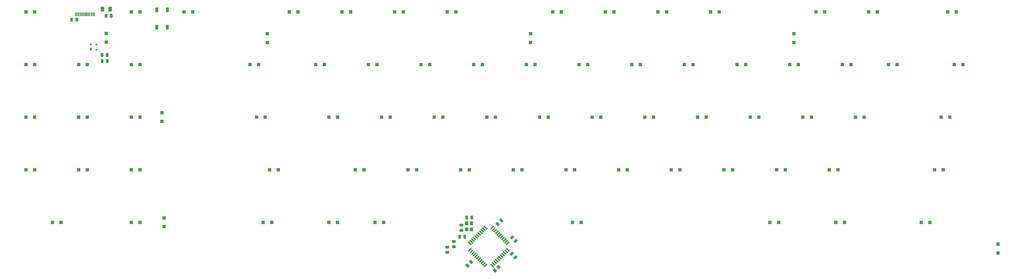
<source format=gbp>
G04 #@! TF.GenerationSoftware,KiCad,Pcbnew,(5.1.6)-1*
G04 #@! TF.CreationDate,2020-07-18T03:31:17-04:00*
G04 #@! TF.ProjectId,southpawpcb,736f7574-6870-4617-9770-63622e6b6963,rev?*
G04 #@! TF.SameCoordinates,Original*
G04 #@! TF.FileFunction,Paste,Bot*
G04 #@! TF.FilePolarity,Positive*
%FSLAX46Y46*%
G04 Gerber Fmt 4.6, Leading zero omitted, Abs format (unit mm)*
G04 Created by KiCad (PCBNEW (5.1.6)-1) date 2020-07-18 03:31:17*
%MOMM*%
%LPD*%
G01*
G04 APERTURE LIST*
%ADD10R,0.700000X1.000000*%
%ADD11R,0.700000X0.600000*%
%ADD12R,1.200000X1.400000*%
%ADD13R,0.300000X1.450000*%
%ADD14R,0.600000X1.450000*%
%ADD15C,0.100000*%
%ADD16R,1.200000X1.200000*%
%ADD17R,1.000000X1.700000*%
G04 APERTURE END LIST*
G04 #@! TO.C,C1*
G36*
G01*
X155326816Y15919081D02*
X154681581Y16564316D01*
G75*
G02*
X154681581Y16909030I172357J172357D01*
G01*
X155026296Y17253745D01*
G75*
G02*
X155371010Y17253745I172357J-172357D01*
G01*
X156016245Y16608510D01*
G75*
G02*
X156016245Y16263796I-172357J-172357D01*
G01*
X155671530Y15919081D01*
G75*
G02*
X155326816Y15919081I-172357J172357D01*
G01*
G37*
G36*
G01*
X154000990Y14593255D02*
X153355755Y15238490D01*
G75*
G02*
X153355755Y15583204I172357J172357D01*
G01*
X153700470Y15927919D01*
G75*
G02*
X154045184Y15927919I172357J-172357D01*
G01*
X154690419Y15282684D01*
G75*
G02*
X154690419Y14937970I-172357J-172357D01*
G01*
X154345704Y14593255D01*
G75*
G02*
X154000990Y14593255I-172357J172357D01*
G01*
G37*
G04 #@! TD*
G04 #@! TO.C,C8*
G36*
G01*
X154310816Y-893419D02*
X153665581Y-248184D01*
G75*
G02*
X153665581Y96530I172357J172357D01*
G01*
X154010296Y441245D01*
G75*
G02*
X154355010Y441245I172357J-172357D01*
G01*
X155000245Y-203990D01*
G75*
G02*
X155000245Y-548704I-172357J-172357D01*
G01*
X154655530Y-893419D01*
G75*
G02*
X154310816Y-893419I-172357J172357D01*
G01*
G37*
G36*
G01*
X152984990Y-2219245D02*
X152339755Y-1574010D01*
G75*
G02*
X152339755Y-1229296I172357J172357D01*
G01*
X152684470Y-884581D01*
G75*
G02*
X153029184Y-884581I172357J-172357D01*
G01*
X153674419Y-1529816D01*
G75*
G02*
X153674419Y-1874530I-172357J-172357D01*
G01*
X153329704Y-2219245D01*
G75*
G02*
X152984990Y-2219245I-172357J172357D01*
G01*
G37*
G04 #@! TD*
G04 #@! TO.C,C2*
G36*
G01*
X159761581Y3247684D02*
X160406816Y3892919D01*
G75*
G02*
X160751530Y3892919I172357J-172357D01*
G01*
X161096245Y3548204D01*
G75*
G02*
X161096245Y3203490I-172357J-172357D01*
G01*
X160451010Y2558255D01*
G75*
G02*
X160106296Y2558255I-172357J172357D01*
G01*
X159761581Y2902970D01*
G75*
G02*
X159761581Y3247684I172357J172357D01*
G01*
G37*
G36*
G01*
X158435755Y4573510D02*
X159080990Y5218745D01*
G75*
G02*
X159425704Y5218745I172357J-172357D01*
G01*
X159770419Y4874030D01*
G75*
G02*
X159770419Y4529316I-172357J-172357D01*
G01*
X159125184Y3884081D01*
G75*
G02*
X158780470Y3884081I-172357J172357D01*
G01*
X158435755Y4228796D01*
G75*
G02*
X158435755Y4573510I172357J172357D01*
G01*
G37*
G04 #@! TD*
D10*
G04 #@! TO.C,D79*
X6874000Y78625000D03*
D11*
X8874000Y80325000D03*
X8874000Y78425000D03*
X6874000Y80325000D03*
G04 #@! TD*
G04 #@! TO.C,C7*
G36*
G01*
X144404816Y884581D02*
X143759581Y1529816D01*
G75*
G02*
X143759581Y1874530I172357J172357D01*
G01*
X144104296Y2219245D01*
G75*
G02*
X144449010Y2219245I172357J-172357D01*
G01*
X145094245Y1574010D01*
G75*
G02*
X145094245Y1229296I-172357J-172357D01*
G01*
X144749530Y884581D01*
G75*
G02*
X144404816Y884581I-172357J172357D01*
G01*
G37*
G36*
G01*
X143078990Y-441245D02*
X142433755Y203990D01*
G75*
G02*
X142433755Y548704I172357J172357D01*
G01*
X142778470Y893419D01*
G75*
G02*
X143123184Y893419I172357J-172357D01*
G01*
X143768419Y248184D01*
G75*
G02*
X143768419Y-96530I-172357J-172357D01*
G01*
X143423704Y-441245D01*
G75*
G02*
X143078990Y-441245I-172357J172357D01*
G01*
G37*
G04 #@! TD*
G04 #@! TO.C,C6*
G36*
G01*
X135306750Y5519000D02*
X136219250Y5519000D01*
G75*
G02*
X136463000Y5275250I0J-243750D01*
G01*
X136463000Y4787750D01*
G75*
G02*
X136219250Y4544000I-243750J0D01*
G01*
X135306750Y4544000D01*
G75*
G02*
X135063000Y4787750I0J243750D01*
G01*
X135063000Y5275250D01*
G75*
G02*
X135306750Y5519000I243750J0D01*
G01*
G37*
G36*
G01*
X135306750Y7394000D02*
X136219250Y7394000D01*
G75*
G02*
X136463000Y7150250I0J-243750D01*
G01*
X136463000Y6662750D01*
G75*
G02*
X136219250Y6419000I-243750J0D01*
G01*
X135306750Y6419000D01*
G75*
G02*
X135063000Y6662750I0J243750D01*
G01*
X135063000Y7150250D01*
G75*
G02*
X135306750Y7394000I243750J0D01*
G01*
G37*
G04 #@! TD*
G04 #@! TO.C,C5*
G36*
G01*
X140437550Y15367300D02*
X141350050Y15367300D01*
G75*
G02*
X141593800Y15123550I0J-243750D01*
G01*
X141593800Y14636050D01*
G75*
G02*
X141350050Y14392300I-243750J0D01*
G01*
X140437550Y14392300D01*
G75*
G02*
X140193800Y14636050I0J243750D01*
G01*
X140193800Y15123550D01*
G75*
G02*
X140437550Y15367300I243750J0D01*
G01*
G37*
G36*
G01*
X140437550Y13492300D02*
X141350050Y13492300D01*
G75*
G02*
X141593800Y13248550I0J-243750D01*
G01*
X141593800Y12761050D01*
G75*
G02*
X141350050Y12517300I-243750J0D01*
G01*
X140437550Y12517300D01*
G75*
G02*
X140193800Y12761050I0J243750D01*
G01*
X140193800Y13248550D01*
G75*
G02*
X140437550Y13492300I243750J0D01*
G01*
G37*
G04 #@! TD*
G04 #@! TO.C,C4*
G36*
G01*
X144165500Y17196750D02*
X144165500Y18109250D01*
G75*
G02*
X144409250Y18353000I243750J0D01*
G01*
X144896750Y18353000D01*
G75*
G02*
X145140500Y18109250I0J-243750D01*
G01*
X145140500Y17196750D01*
G75*
G02*
X144896750Y16953000I-243750J0D01*
G01*
X144409250Y16953000D01*
G75*
G02*
X144165500Y17196750I0J243750D01*
G01*
G37*
G36*
G01*
X142290500Y17196750D02*
X142290500Y18109250D01*
G75*
G02*
X142534250Y18353000I243750J0D01*
G01*
X143021750Y18353000D01*
G75*
G02*
X143265500Y18109250I0J-243750D01*
G01*
X143265500Y17196750D01*
G75*
G02*
X143021750Y16953000I-243750J0D01*
G01*
X142534250Y16953000D01*
G75*
G02*
X142290500Y17196750I0J243750D01*
G01*
G37*
G04 #@! TD*
G04 #@! TO.C,C3*
G36*
G01*
X142600500Y11124250D02*
X142600500Y10211750D01*
G75*
G02*
X142356750Y9968000I-243750J0D01*
G01*
X141869250Y9968000D01*
G75*
G02*
X141625500Y10211750I0J243750D01*
G01*
X141625500Y11124250D01*
G75*
G02*
X141869250Y11368000I243750J0D01*
G01*
X142356750Y11368000D01*
G75*
G02*
X142600500Y11124250I0J-243750D01*
G01*
G37*
G36*
G01*
X140725500Y11124250D02*
X140725500Y10211750D01*
G75*
G02*
X140481750Y9968000I-243750J0D01*
G01*
X139994250Y9968000D01*
G75*
G02*
X139750500Y10211750I0J243750D01*
G01*
X139750500Y11124250D01*
G75*
G02*
X139994250Y11368000I243750J0D01*
G01*
X140481750Y11368000D01*
G75*
G02*
X140725500Y11124250I0J-243750D01*
G01*
G37*
G04 #@! TD*
D12*
G04 #@! TO.C,Y1*
X144526000Y15494000D03*
X144526000Y13294000D03*
X142826000Y13294000D03*
X142826000Y15494000D03*
G04 #@! TD*
D13*
G04 #@! TO.C,USB1*
X4449000Y91238000D03*
X4949000Y91238000D03*
X5449000Y91238000D03*
X3949000Y91238000D03*
X5949000Y91238000D03*
X3449000Y91238000D03*
X6449000Y91238000D03*
X2949000Y91238000D03*
D14*
X2249000Y91238000D03*
X7149000Y91238000D03*
X1474000Y91238000D03*
X7924000Y91238000D03*
G04 #@! TD*
D15*
G04 #@! TO.C,U1*
G36*
X149274542Y-439970D02*
G01*
X148885634Y-51062D01*
X149946294Y1009598D01*
X150335202Y620690D01*
X149274542Y-439970D01*
G37*
G36*
X148708857Y125716D02*
G01*
X148319949Y514624D01*
X149380609Y1575284D01*
X149769517Y1186376D01*
X148708857Y125716D01*
G37*
G36*
X148143172Y691401D02*
G01*
X147754264Y1080309D01*
X148814924Y2140969D01*
X149203832Y1752061D01*
X148143172Y691401D01*
G37*
G36*
X147577486Y1257086D02*
G01*
X147188578Y1645994D01*
X148249238Y2706654D01*
X148638146Y2317746D01*
X147577486Y1257086D01*
G37*
G36*
X147011801Y1822772D02*
G01*
X146622893Y2211680D01*
X147683553Y3272340D01*
X148072461Y2883432D01*
X147011801Y1822772D01*
G37*
G36*
X146446115Y2388457D02*
G01*
X146057207Y2777365D01*
X147117867Y3838025D01*
X147506775Y3449117D01*
X146446115Y2388457D01*
G37*
G36*
X145880430Y2954143D02*
G01*
X145491522Y3343051D01*
X146552182Y4403711D01*
X146941090Y4014803D01*
X145880430Y2954143D01*
G37*
G36*
X145314744Y3519828D02*
G01*
X144925836Y3908736D01*
X145986496Y4969396D01*
X146375404Y4580488D01*
X145314744Y3519828D01*
G37*
G36*
X144749059Y4085514D02*
G01*
X144360151Y4474422D01*
X145420811Y5535082D01*
X145809719Y5146174D01*
X144749059Y4085514D01*
G37*
G36*
X144183374Y4651199D02*
G01*
X143794466Y5040107D01*
X144855126Y6100767D01*
X145244034Y5711859D01*
X144183374Y4651199D01*
G37*
G36*
X143617688Y5216884D02*
G01*
X143228780Y5605792D01*
X144289440Y6666452D01*
X144678348Y6277544D01*
X143617688Y5216884D01*
G37*
G36*
X143228780Y8681708D02*
G01*
X143617688Y9070616D01*
X144678348Y8009956D01*
X144289440Y7621048D01*
X143228780Y8681708D01*
G37*
G36*
X143794466Y9247393D02*
G01*
X144183374Y9636301D01*
X145244034Y8575641D01*
X144855126Y8186733D01*
X143794466Y9247393D01*
G37*
G36*
X144360151Y9813078D02*
G01*
X144749059Y10201986D01*
X145809719Y9141326D01*
X145420811Y8752418D01*
X144360151Y9813078D01*
G37*
G36*
X144925836Y10378764D02*
G01*
X145314744Y10767672D01*
X146375404Y9707012D01*
X145986496Y9318104D01*
X144925836Y10378764D01*
G37*
G36*
X145491522Y10944449D02*
G01*
X145880430Y11333357D01*
X146941090Y10272697D01*
X146552182Y9883789D01*
X145491522Y10944449D01*
G37*
G36*
X146057207Y11510135D02*
G01*
X146446115Y11899043D01*
X147506775Y10838383D01*
X147117867Y10449475D01*
X146057207Y11510135D01*
G37*
G36*
X146622893Y12075820D02*
G01*
X147011801Y12464728D01*
X148072461Y11404068D01*
X147683553Y11015160D01*
X146622893Y12075820D01*
G37*
G36*
X147188578Y12641506D02*
G01*
X147577486Y13030414D01*
X148638146Y11969754D01*
X148249238Y11580846D01*
X147188578Y12641506D01*
G37*
G36*
X147754264Y13207191D02*
G01*
X148143172Y13596099D01*
X149203832Y12535439D01*
X148814924Y12146531D01*
X147754264Y13207191D01*
G37*
G36*
X148319949Y13772876D02*
G01*
X148708857Y14161784D01*
X149769517Y13101124D01*
X149380609Y12712216D01*
X148319949Y13772876D01*
G37*
G36*
X148885634Y14338562D02*
G01*
X149274542Y14727470D01*
X150335202Y13666810D01*
X149946294Y13277902D01*
X148885634Y14338562D01*
G37*
G36*
X151678706Y13277902D02*
G01*
X151289798Y13666810D01*
X152350458Y14727470D01*
X152739366Y14338562D01*
X151678706Y13277902D01*
G37*
G36*
X152244391Y12712216D02*
G01*
X151855483Y13101124D01*
X152916143Y14161784D01*
X153305051Y13772876D01*
X152244391Y12712216D01*
G37*
G36*
X152810076Y12146531D02*
G01*
X152421168Y12535439D01*
X153481828Y13596099D01*
X153870736Y13207191D01*
X152810076Y12146531D01*
G37*
G36*
X153375762Y11580846D02*
G01*
X152986854Y11969754D01*
X154047514Y13030414D01*
X154436422Y12641506D01*
X153375762Y11580846D01*
G37*
G36*
X153941447Y11015160D02*
G01*
X153552539Y11404068D01*
X154613199Y12464728D01*
X155002107Y12075820D01*
X153941447Y11015160D01*
G37*
G36*
X154507133Y10449475D02*
G01*
X154118225Y10838383D01*
X155178885Y11899043D01*
X155567793Y11510135D01*
X154507133Y10449475D01*
G37*
G36*
X155072818Y9883789D02*
G01*
X154683910Y10272697D01*
X155744570Y11333357D01*
X156133478Y10944449D01*
X155072818Y9883789D01*
G37*
G36*
X155638504Y9318104D02*
G01*
X155249596Y9707012D01*
X156310256Y10767672D01*
X156699164Y10378764D01*
X155638504Y9318104D01*
G37*
G36*
X156204189Y8752418D02*
G01*
X155815281Y9141326D01*
X156875941Y10201986D01*
X157264849Y9813078D01*
X156204189Y8752418D01*
G37*
G36*
X156769874Y8186733D02*
G01*
X156380966Y8575641D01*
X157441626Y9636301D01*
X157830534Y9247393D01*
X156769874Y8186733D01*
G37*
G36*
X157335560Y7621048D02*
G01*
X156946652Y8009956D01*
X158007312Y9070616D01*
X158396220Y8681708D01*
X157335560Y7621048D01*
G37*
G36*
X156946652Y6277544D02*
G01*
X157335560Y6666452D01*
X158396220Y5605792D01*
X158007312Y5216884D01*
X156946652Y6277544D01*
G37*
G36*
X156380966Y5711859D02*
G01*
X156769874Y6100767D01*
X157830534Y5040107D01*
X157441626Y4651199D01*
X156380966Y5711859D01*
G37*
G36*
X155815281Y5146174D02*
G01*
X156204189Y5535082D01*
X157264849Y4474422D01*
X156875941Y4085514D01*
X155815281Y5146174D01*
G37*
G36*
X155249596Y4580488D02*
G01*
X155638504Y4969396D01*
X156699164Y3908736D01*
X156310256Y3519828D01*
X155249596Y4580488D01*
G37*
G36*
X154683910Y4014803D02*
G01*
X155072818Y4403711D01*
X156133478Y3343051D01*
X155744570Y2954143D01*
X154683910Y4014803D01*
G37*
G36*
X154118225Y3449117D02*
G01*
X154507133Y3838025D01*
X155567793Y2777365D01*
X155178885Y2388457D01*
X154118225Y3449117D01*
G37*
G36*
X153552539Y2883432D02*
G01*
X153941447Y3272340D01*
X155002107Y2211680D01*
X154613199Y1822772D01*
X153552539Y2883432D01*
G37*
G36*
X152986854Y2317746D02*
G01*
X153375762Y2706654D01*
X154436422Y1645994D01*
X154047514Y1257086D01*
X152986854Y2317746D01*
G37*
G36*
X152421168Y1752061D02*
G01*
X152810076Y2140969D01*
X153870736Y1080309D01*
X153481828Y691401D01*
X152421168Y1752061D01*
G37*
G36*
X151855483Y1186376D02*
G01*
X152244391Y1575284D01*
X153305051Y514624D01*
X152916143Y125716D01*
X151855483Y1186376D01*
G37*
G36*
X151289798Y620690D02*
G01*
X151678706Y1009598D01*
X152739366Y-51062D01*
X152350458Y-439970D01*
X151289798Y620690D01*
G37*
G04 #@! TD*
G04 #@! TO.C,R6*
G36*
G01*
X161195332Y9121903D02*
X160550097Y8476668D01*
G75*
G02*
X160205383Y8476668I-172357J172357D01*
G01*
X159860668Y8821383D01*
G75*
G02*
X159860668Y9166097I172357J172357D01*
G01*
X160505903Y9811332D01*
G75*
G02*
X160850617Y9811332I172357J-172357D01*
G01*
X161195332Y9466617D01*
G75*
G02*
X161195332Y9121903I-172357J-172357D01*
G01*
G37*
G36*
G01*
X159869506Y10447729D02*
X159224271Y9802494D01*
G75*
G02*
X158879557Y9802494I-172357J172357D01*
G01*
X158534842Y10147209D01*
G75*
G02*
X158534842Y10491923I172357J172357D01*
G01*
X159180077Y11137158D01*
G75*
G02*
X159524791Y11137158I172357J-172357D01*
G01*
X159869506Y10792443D01*
G75*
G02*
X159869506Y10447729I-172357J-172357D01*
G01*
G37*
G04 #@! TD*
G04 #@! TO.C,R5*
G36*
G01*
X2235500Y89737250D02*
X2235500Y88824750D01*
G75*
G02*
X1991750Y88581000I-243750J0D01*
G01*
X1504250Y88581000D01*
G75*
G02*
X1260500Y88824750I0J243750D01*
G01*
X1260500Y89737250D01*
G75*
G02*
X1504250Y89981000I243750J0D01*
G01*
X1991750Y89981000D01*
G75*
G02*
X2235500Y89737250I0J-243750D01*
G01*
G37*
G36*
G01*
X360500Y89737250D02*
X360500Y88824750D01*
G75*
G02*
X116750Y88581000I-243750J0D01*
G01*
X-370750Y88581000D01*
G75*
G02*
X-614500Y88824750I0J243750D01*
G01*
X-614500Y89737250D01*
G75*
G02*
X-370750Y89981000I243750J0D01*
G01*
X116750Y89981000D01*
G75*
G02*
X360500Y89737250I0J-243750D01*
G01*
G37*
G04 #@! TD*
G04 #@! TO.C,R4*
G36*
G01*
X11861500Y90221750D02*
X11861500Y91134250D01*
G75*
G02*
X12105250Y91378000I243750J0D01*
G01*
X12592750Y91378000D01*
G75*
G02*
X12836500Y91134250I0J-243750D01*
G01*
X12836500Y90221750D01*
G75*
G02*
X12592750Y89978000I-243750J0D01*
G01*
X12105250Y89978000D01*
G75*
G02*
X11861500Y90221750I0J243750D01*
G01*
G37*
G36*
G01*
X13736500Y90221750D02*
X13736500Y91134250D01*
G75*
G02*
X13980250Y91378000I243750J0D01*
G01*
X14467750Y91378000D01*
G75*
G02*
X14711500Y91134250I0J-243750D01*
G01*
X14711500Y90221750D01*
G75*
G02*
X14467750Y89978000I-243750J0D01*
G01*
X13980250Y89978000D01*
G75*
G02*
X13736500Y90221750I0J243750D01*
G01*
G37*
G04 #@! TD*
G04 #@! TO.C,R3*
G36*
G01*
X13314500Y74751250D02*
X13314500Y73838750D01*
G75*
G02*
X13070750Y73595000I-243750J0D01*
G01*
X12583250Y73595000D01*
G75*
G02*
X12339500Y73838750I0J243750D01*
G01*
X12339500Y74751250D01*
G75*
G02*
X12583250Y74995000I243750J0D01*
G01*
X13070750Y74995000D01*
G75*
G02*
X13314500Y74751250I0J-243750D01*
G01*
G37*
G36*
G01*
X11439500Y74751250D02*
X11439500Y73838750D01*
G75*
G02*
X11195750Y73595000I-243750J0D01*
G01*
X10708250Y73595000D01*
G75*
G02*
X10464500Y73838750I0J243750D01*
G01*
X10464500Y74751250D01*
G75*
G02*
X10708250Y74995000I243750J0D01*
G01*
X11195750Y74995000D01*
G75*
G02*
X11439500Y74751250I0J-243750D01*
G01*
G37*
G04 #@! TD*
G04 #@! TO.C,R2*
G36*
G01*
X13284500Y76910250D02*
X13284500Y75997750D01*
G75*
G02*
X13040750Y75754000I-243750J0D01*
G01*
X12553250Y75754000D01*
G75*
G02*
X12309500Y75997750I0J243750D01*
G01*
X12309500Y76910250D01*
G75*
G02*
X12553250Y77154000I243750J0D01*
G01*
X13040750Y77154000D01*
G75*
G02*
X13284500Y76910250I0J-243750D01*
G01*
G37*
G36*
G01*
X11409500Y76910250D02*
X11409500Y75997750D01*
G75*
G02*
X11165750Y75754000I-243750J0D01*
G01*
X10678250Y75754000D01*
G75*
G02*
X10434500Y75997750I0J243750D01*
G01*
X10434500Y76910250D01*
G75*
G02*
X10678250Y77154000I243750J0D01*
G01*
X11165750Y77154000D01*
G75*
G02*
X11409500Y76910250I0J-243750D01*
G01*
G37*
G04 #@! TD*
G04 #@! TO.C,R1*
G36*
G01*
X138632250Y6576000D02*
X137719750Y6576000D01*
G75*
G02*
X137476000Y6819750I0J243750D01*
G01*
X137476000Y7307250D01*
G75*
G02*
X137719750Y7551000I243750J0D01*
G01*
X138632250Y7551000D01*
G75*
G02*
X138876000Y7307250I0J-243750D01*
G01*
X138876000Y6819750D01*
G75*
G02*
X138632250Y6576000I-243750J0D01*
G01*
G37*
G36*
G01*
X138632250Y8451000D02*
X137719750Y8451000D01*
G75*
G02*
X137476000Y8694750I0J243750D01*
G01*
X137476000Y9182250D01*
G75*
G02*
X137719750Y9426000I243750J0D01*
G01*
X138632250Y9426000D01*
G75*
G02*
X138876000Y9182250I0J-243750D01*
G01*
X138876000Y8694750D01*
G75*
G02*
X138632250Y8451000I-243750J0D01*
G01*
G37*
G04 #@! TD*
G04 #@! TO.C,F1*
G36*
G01*
X10418000Y92466000D02*
X10418000Y93716000D01*
G75*
G02*
X10668000Y93966000I250000J0D01*
G01*
X11418000Y93966000D01*
G75*
G02*
X11668000Y93716000I0J-250000D01*
G01*
X11668000Y92466000D01*
G75*
G02*
X11418000Y92216000I-250000J0D01*
G01*
X10668000Y92216000D01*
G75*
G02*
X10418000Y92466000I0J250000D01*
G01*
G37*
G36*
G01*
X13218000Y92466000D02*
X13218000Y93716000D01*
G75*
G02*
X13468000Y93966000I250000J0D01*
G01*
X14218000Y93966000D01*
G75*
G02*
X14468000Y93716000I0J-250000D01*
G01*
X14468000Y92466000D01*
G75*
G02*
X14218000Y92216000I-250000J0D01*
G01*
X13468000Y92216000D01*
G75*
G02*
X13218000Y92466000I0J250000D01*
G01*
G37*
G04 #@! TD*
D16*
G04 #@! TO.C,D7*
X97719000Y92099000D03*
X100869000Y92099000D03*
G04 #@! TD*
G04 #@! TO.C,D48*
X229456000Y53999000D03*
X226306000Y53999000D03*
G04 #@! TD*
G04 #@! TO.C,D72*
X96106000Y15899000D03*
X92956000Y15899000D03*
G04 #@! TD*
G04 #@! TO.C,D39*
X21519200Y53999000D03*
X24669200Y53999000D03*
G04 #@! TD*
G04 #@! TO.C,D2*
X12446000Y84252000D03*
X12446000Y81102000D03*
G04 #@! TD*
G04 #@! TO.C,D50*
X267556000Y53999000D03*
X264406000Y53999000D03*
G04 #@! TD*
G04 #@! TO.C,D21*
X21519200Y73049000D03*
X24669200Y73049000D03*
G04 #@! TD*
G04 #@! TO.C,D53*
X-13430800Y34949000D03*
X-16580800Y34949000D03*
G04 #@! TD*
G04 #@! TO.C,D26*
X129444000Y73049000D03*
X126294000Y73049000D03*
G04 #@! TD*
G04 #@! TO.C,D60*
X140582000Y34949000D03*
X143732000Y34949000D03*
G04 #@! TD*
G04 #@! TO.C,D42*
X115156000Y53999000D03*
X112006000Y53999000D03*
G04 #@! TD*
G04 #@! TO.C,D4*
X43719200Y92099000D03*
X40569200Y92099000D03*
G04 #@! TD*
G04 #@! TO.C,D3*
X21519200Y92099000D03*
X24669200Y92099000D03*
G04 #@! TD*
G04 #@! TO.C,D25*
X107244000Y73049000D03*
X110394000Y73049000D03*
G04 #@! TD*
G04 #@! TO.C,D71*
X69144000Y15899000D03*
X72294000Y15899000D03*
G04 #@! TD*
G04 #@! TO.C,D78*
X335038000Y7949000D03*
X335038000Y4799000D03*
G04 #@! TD*
G04 #@! TO.C,D77*
X307269000Y15899000D03*
X310419000Y15899000D03*
G04 #@! TD*
G04 #@! TO.C,D45*
X169156000Y53999000D03*
X172306000Y53999000D03*
G04 #@! TD*
G04 #@! TO.C,D16*
X272319000Y92099000D03*
X269169000Y92099000D03*
G04 #@! TD*
G04 #@! TO.C,D22*
X32619200Y55574000D03*
X32619200Y52424000D03*
G04 #@! TD*
G04 #@! TO.C,D10*
X165969000Y84149000D03*
X165969000Y80999000D03*
G04 #@! TD*
G04 #@! TO.C,D54*
X2469200Y34949000D03*
X5619200Y34949000D03*
G04 #@! TD*
G04 #@! TO.C,D19*
X-16580800Y73049000D03*
X-13430800Y73049000D03*
G04 #@! TD*
G04 #@! TO.C,D57*
X71525000Y34949000D03*
X74675000Y34949000D03*
G04 #@! TD*
G04 #@! TO.C,D47*
X207256000Y53999000D03*
X210406000Y53999000D03*
G04 #@! TD*
G04 #@! TO.C,D15*
X261219000Y80999000D03*
X261219000Y84149000D03*
G04 #@! TD*
G04 #@! TO.C,D67*
X277082000Y34949000D03*
X273932000Y34949000D03*
G04 #@! TD*
G04 #@! TO.C,D36*
X322325000Y73049000D03*
X319175000Y73049000D03*
G04 #@! TD*
G04 #@! TO.C,D62*
X178682000Y34949000D03*
X181832000Y34949000D03*
G04 #@! TD*
G04 #@! TO.C,D61*
X159632000Y34949000D03*
X162782000Y34949000D03*
G04 #@! TD*
G04 #@! TO.C,D52*
X317563000Y53999000D03*
X314413000Y53999000D03*
G04 #@! TD*
G04 #@! TO.C,D37*
X-16580800Y53999000D03*
X-13430800Y53999000D03*
G04 #@! TD*
G04 #@! TO.C,D65*
X235832000Y34949000D03*
X238982000Y34949000D03*
G04 #@! TD*
G04 #@! TO.C,D14*
X231069000Y92099000D03*
X234219000Y92099000D03*
G04 #@! TD*
G04 #@! TO.C,D68*
X312032000Y34949000D03*
X315182000Y34949000D03*
G04 #@! TD*
G04 #@! TO.C,D18*
X319944000Y92099000D03*
X316794000Y92099000D03*
G04 #@! TD*
G04 #@! TO.C,D38*
X5619200Y53999000D03*
X2469200Y53999000D03*
G04 #@! TD*
G04 #@! TO.C,D12*
X196119000Y92099000D03*
X192969000Y92099000D03*
G04 #@! TD*
G04 #@! TO.C,D58*
X105632000Y34949000D03*
X102482000Y34949000D03*
G04 #@! TD*
G04 #@! TO.C,D34*
X281844000Y73049000D03*
X278694000Y73049000D03*
G04 #@! TD*
G04 #@! TO.C,D20*
X5619200Y73049000D03*
X2469200Y73049000D03*
G04 #@! TD*
G04 #@! TO.C,D69*
X-7055800Y15899000D03*
X-3905800Y15899000D03*
G04 #@! TD*
D17*
G04 #@! TO.C,SW1*
X30719200Y92867800D03*
X30719200Y86567800D03*
X34519200Y92867800D03*
X34519200Y86567800D03*
G04 #@! TD*
D16*
G04 #@! TO.C,D40*
X69913000Y53999000D03*
X66763000Y53999000D03*
G04 #@! TD*
G04 #@! TO.C,D56*
X33337500Y17474000D03*
X33337500Y14324000D03*
G04 #@! TD*
G04 #@! TO.C,D23*
X64382000Y73049000D03*
X67532000Y73049000D03*
G04 #@! TD*
G04 #@! TO.C,D17*
X288219000Y92099000D03*
X291369000Y92099000D03*
G04 #@! TD*
G04 #@! TO.C,D32*
X243744000Y73049000D03*
X240594000Y73049000D03*
G04 #@! TD*
G04 #@! TO.C,D31*
X221544000Y73049000D03*
X224694000Y73049000D03*
G04 #@! TD*
G04 #@! TO.C,D9*
X135819000Y92099000D03*
X138969000Y92099000D03*
G04 #@! TD*
G04 #@! TO.C,D64*
X219932000Y34949000D03*
X216782000Y34949000D03*
G04 #@! TD*
G04 #@! TO.C,D74*
X184213000Y15899000D03*
X181063000Y15899000D03*
G04 #@! TD*
G04 #@! TO.C,D76*
X279463000Y15899000D03*
X276313000Y15899000D03*
G04 #@! TD*
G04 #@! TO.C,D49*
X245356000Y53999000D03*
X248506000Y53999000D03*
G04 #@! TD*
G04 #@! TO.C,D70*
X21519200Y15899000D03*
X24669200Y15899000D03*
G04 #@! TD*
G04 #@! TO.C,D75*
X255650000Y15899000D03*
X252500000Y15899000D03*
G04 #@! TD*
G04 #@! TO.C,D8*
X119919000Y92099000D03*
X116769000Y92099000D03*
G04 #@! TD*
G04 #@! TO.C,D28*
X164394000Y73049000D03*
X167544000Y73049000D03*
G04 #@! TD*
G04 #@! TO.C,D13*
X212019000Y92099000D03*
X215169000Y92099000D03*
G04 #@! TD*
G04 #@! TO.C,D66*
X254882000Y34949000D03*
X258032000Y34949000D03*
G04 #@! TD*
G04 #@! TO.C,D6*
X81819000Y92099000D03*
X78669000Y92099000D03*
G04 #@! TD*
G04 #@! TO.C,D44*
X153256000Y53999000D03*
X150106000Y53999000D03*
G04 #@! TD*
G04 #@! TO.C,D46*
X191356000Y53999000D03*
X188206000Y53999000D03*
G04 #@! TD*
G04 #@! TO.C,D51*
X283456000Y53999000D03*
X286606000Y53999000D03*
G04 #@! TD*
G04 #@! TO.C,D11*
X173919000Y92099000D03*
X177069000Y92099000D03*
G04 #@! TD*
G04 #@! TO.C,D63*
X200882000Y34949000D03*
X197732000Y34949000D03*
G04 #@! TD*
G04 #@! TO.C,D29*
X183444000Y73049000D03*
X186594000Y73049000D03*
G04 #@! TD*
G04 #@! TO.C,D55*
X21519200Y34949000D03*
X24669200Y34949000D03*
G04 #@! TD*
G04 #@! TO.C,D5*
X70719000Y80999000D03*
X70719000Y84149000D03*
G04 #@! TD*
G04 #@! TO.C,D43*
X131056000Y53999000D03*
X134206000Y53999000D03*
G04 #@! TD*
G04 #@! TO.C,D73*
X112775000Y15899000D03*
X109625000Y15899000D03*
G04 #@! TD*
G04 #@! TO.C,D33*
X259644000Y73049000D03*
X262794000Y73049000D03*
G04 #@! TD*
G04 #@! TO.C,D30*
X205644000Y73049000D03*
X202494000Y73049000D03*
G04 #@! TD*
G04 #@! TO.C,D35*
X295363000Y73049000D03*
X298513000Y73049000D03*
G04 #@! TD*
G04 #@! TO.C,D24*
X91344000Y73049000D03*
X88194000Y73049000D03*
G04 #@! TD*
G04 #@! TO.C,D59*
X124682000Y34949000D03*
X121532000Y34949000D03*
G04 #@! TD*
G04 #@! TO.C,D41*
X92956000Y53999000D03*
X96106000Y53999000D03*
G04 #@! TD*
G04 #@! TO.C,D1*
X-16580800Y92099000D03*
X-13430800Y92099000D03*
G04 #@! TD*
G04 #@! TO.C,D27*
X148494000Y73049000D03*
X145344000Y73049000D03*
G04 #@! TD*
M02*

</source>
